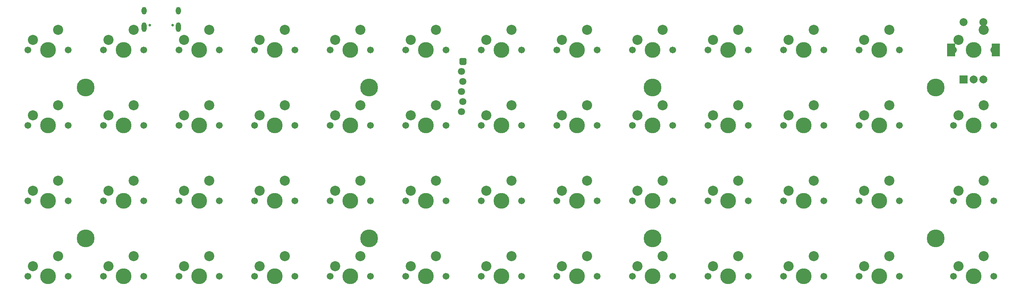
<source format=gts>
G04 #@! TF.GenerationSoftware,KiCad,Pcbnew,(5.1.10-1-10_14)*
G04 #@! TF.CreationDate,2021-09-09T13:04:37-05:00*
G04 #@! TF.ProjectId,ori,6f72692e-6b69-4636-9164-5f7063625858,rev?*
G04 #@! TF.SameCoordinates,Original*
G04 #@! TF.FileFunction,Soldermask,Top*
G04 #@! TF.FilePolarity,Negative*
%FSLAX46Y46*%
G04 Gerber Fmt 4.6, Leading zero omitted, Abs format (unit mm)*
G04 Created by KiCad (PCBNEW (5.1.10-1-10_14)) date 2021-09-09 13:04:37*
%MOMM*%
%LPD*%
G01*
G04 APERTURE LIST*
%ADD10C,4.500000*%
%ADD11C,2.540000*%
%ADD12C,1.701800*%
%ADD13C,3.987800*%
%ADD14R,2.000000X2.000000*%
%ADD15C,2.000000*%
%ADD16R,2.000000X3.200000*%
%ADD17C,1.803400*%
%ADD18O,1.300000X1.900000*%
%ADD19C,0.650000*%
%ADD20O,1.300000X2.400000*%
G04 APERTURE END LIST*
D10*
X96440641Y-62706266D03*
X167878049Y-100806202D03*
X239315489Y-62706234D03*
X167878049Y-62706266D03*
X239315489Y-100806298D03*
X96440641Y-100806298D03*
X310753321Y-100806298D03*
X310753321Y-62706266D03*
D11*
X316468185Y-69691370D03*
X322818185Y-67151370D03*
D12*
X325358185Y-72231370D03*
X315198185Y-72231370D03*
D13*
X320278185Y-72231370D03*
D11*
X121205625Y-50641250D03*
X127555625Y-48101250D03*
D12*
X130095625Y-53181250D03*
X119935625Y-53181250D03*
D13*
X125015625Y-53181250D03*
D11*
X316468185Y-107791530D03*
X322818185Y-105251530D03*
D12*
X325358185Y-110331530D03*
X315198185Y-110331530D03*
D13*
X320278185Y-110331530D03*
D14*
X317752725Y-60693950D03*
D15*
X320252725Y-60693950D03*
X322752725Y-60693950D03*
D16*
X314652725Y-53193950D03*
X325852725Y-53193950D03*
D15*
X317752725Y-46193950D03*
X322752725Y-46193950D03*
G36*
G01*
X192448100Y-55649150D02*
X192448100Y-56550850D01*
G75*
G02*
X191997250Y-57001700I-450850J0D01*
G01*
X191095550Y-57001700D01*
G75*
G02*
X190644700Y-56550850I0J450850D01*
G01*
X190644700Y-55649150D01*
G75*
G02*
X191095550Y-55198300I450850J0D01*
G01*
X191997250Y-55198300D01*
G75*
G02*
X192448100Y-55649150I0J-450850D01*
G01*
G37*
D17*
X191140000Y-58640000D03*
X191546400Y-61180000D03*
X191140000Y-63720000D03*
X191546400Y-66260000D03*
X191140000Y-68800000D03*
D18*
X111189825Y-43258627D03*
D19*
X112599825Y-46907627D03*
X118379825Y-46907627D03*
D18*
X119789825Y-43258627D03*
D20*
X119789825Y-47458627D03*
X111189825Y-47458627D03*
D13*
X320278125Y-53181250D03*
D12*
X315198125Y-53181250D03*
X325358125Y-53181250D03*
D11*
X322818125Y-48101250D03*
X316468125Y-50641250D03*
X316468185Y-88741450D03*
X322818185Y-86201450D03*
D12*
X325358185Y-91281450D03*
X315198185Y-91281450D03*
D13*
X320278185Y-91281450D03*
D11*
X83105625Y-50641250D03*
X89455625Y-48101250D03*
D12*
X91995625Y-53181250D03*
X81835625Y-53181250D03*
D13*
X86915625Y-53181250D03*
D11*
X102155625Y-50641250D03*
X108505625Y-48101250D03*
D12*
X111045625Y-53181250D03*
X100885625Y-53181250D03*
D13*
X105965625Y-53181250D03*
X144065625Y-53181250D03*
D12*
X138985625Y-53181250D03*
X149145625Y-53181250D03*
D11*
X146605625Y-48101250D03*
X140255625Y-50641250D03*
X159305625Y-50641250D03*
X165655625Y-48101250D03*
D12*
X168195625Y-53181250D03*
X158035625Y-53181250D03*
D13*
X163115625Y-53181250D03*
D11*
X178355625Y-50641250D03*
X184705625Y-48101250D03*
D12*
X187245625Y-53181250D03*
X177085625Y-53181250D03*
D13*
X182165625Y-53181250D03*
D11*
X197405625Y-50641250D03*
X203755625Y-48101250D03*
D12*
X206295625Y-53181250D03*
X196135625Y-53181250D03*
D13*
X201215625Y-53181250D03*
D11*
X216455625Y-50641250D03*
X222805625Y-48101250D03*
D12*
X225345625Y-53181250D03*
X215185625Y-53181250D03*
D13*
X220265625Y-53181250D03*
D11*
X235505625Y-50641250D03*
X241855625Y-48101250D03*
D12*
X244395625Y-53181250D03*
X234235625Y-53181250D03*
D13*
X239315625Y-53181250D03*
D11*
X254555625Y-50641250D03*
X260905625Y-48101250D03*
D12*
X263445625Y-53181250D03*
X253285625Y-53181250D03*
D13*
X258365625Y-53181250D03*
D11*
X273605625Y-50641250D03*
X279955625Y-48101250D03*
D12*
X282495625Y-53181250D03*
X272335625Y-53181250D03*
D13*
X277415625Y-53181250D03*
D11*
X292655625Y-50641250D03*
X299005625Y-48101250D03*
D12*
X301545625Y-53181250D03*
X291385625Y-53181250D03*
D13*
X296465625Y-53181250D03*
D11*
X83105625Y-69691250D03*
X89455625Y-67151250D03*
D12*
X91995625Y-72231250D03*
X81835625Y-72231250D03*
D13*
X86915625Y-72231250D03*
D11*
X102155625Y-69691250D03*
X108505625Y-67151250D03*
D12*
X111045625Y-72231250D03*
X100885625Y-72231250D03*
D13*
X105965625Y-72231250D03*
D11*
X121205625Y-69691250D03*
X127555625Y-67151250D03*
D12*
X130095625Y-72231250D03*
X119935625Y-72231250D03*
D13*
X125015625Y-72231250D03*
D11*
X140260799Y-69691250D03*
X146610799Y-67151250D03*
D12*
X149150799Y-72231250D03*
X138990799Y-72231250D03*
D13*
X144070799Y-72231250D03*
D11*
X159305625Y-69691250D03*
X165655625Y-67151250D03*
D12*
X168195625Y-72231250D03*
X158035625Y-72231250D03*
D13*
X163115625Y-72231250D03*
D11*
X178355625Y-69691250D03*
X184705625Y-67151250D03*
D12*
X187245625Y-72231250D03*
X177085625Y-72231250D03*
D13*
X182165625Y-72231250D03*
D11*
X197405625Y-69691250D03*
X203755625Y-67151250D03*
D12*
X206295625Y-72231250D03*
X196135625Y-72231250D03*
D13*
X201215625Y-72231250D03*
D11*
X216455625Y-69691250D03*
X222805625Y-67151250D03*
D12*
X225345625Y-72231250D03*
X215185625Y-72231250D03*
D13*
X220265625Y-72231250D03*
D11*
X235505625Y-69691250D03*
X241855625Y-67151250D03*
D12*
X244395625Y-72231250D03*
X234235625Y-72231250D03*
D13*
X239315625Y-72231250D03*
D11*
X254555625Y-69691250D03*
X260905625Y-67151250D03*
D12*
X263445625Y-72231250D03*
X253285625Y-72231250D03*
D13*
X258365625Y-72231250D03*
D11*
X273605625Y-69691250D03*
X279955625Y-67151250D03*
D12*
X282495625Y-72231250D03*
X272335625Y-72231250D03*
D13*
X277415625Y-72231250D03*
D11*
X292655625Y-69691250D03*
X299005625Y-67151250D03*
D12*
X301545625Y-72231250D03*
X291385625Y-72231250D03*
D13*
X296465625Y-72231250D03*
D11*
X83105625Y-88741250D03*
X89455625Y-86201250D03*
D12*
X91995625Y-91281250D03*
X81835625Y-91281250D03*
D13*
X86915625Y-91281250D03*
D11*
X102155625Y-88741250D03*
X108505625Y-86201250D03*
D12*
X111045625Y-91281250D03*
X100885625Y-91281250D03*
D13*
X105965625Y-91281250D03*
D11*
X121205625Y-88741250D03*
X127555625Y-86201250D03*
D12*
X130095625Y-91281250D03*
X119935625Y-91281250D03*
D13*
X125015625Y-91281250D03*
D11*
X140255625Y-88741250D03*
X146605625Y-86201250D03*
D12*
X149145625Y-91281250D03*
X138985625Y-91281250D03*
D13*
X144065625Y-91281250D03*
D11*
X159305625Y-88741250D03*
X165655625Y-86201250D03*
D12*
X168195625Y-91281250D03*
X158035625Y-91281250D03*
D13*
X163115625Y-91281250D03*
D11*
X178355625Y-88741250D03*
X184705625Y-86201250D03*
D12*
X187245625Y-91281250D03*
X177085625Y-91281250D03*
D13*
X182165625Y-91281250D03*
D11*
X216455625Y-88741250D03*
X222805625Y-86201250D03*
D12*
X225345625Y-91281250D03*
X215185625Y-91281250D03*
D13*
X220265625Y-91281250D03*
D11*
X235505625Y-88741250D03*
X241855625Y-86201250D03*
D12*
X244395625Y-91281250D03*
X234235625Y-91281250D03*
D13*
X239315625Y-91281250D03*
D11*
X254555625Y-88741250D03*
X260905625Y-86201250D03*
D12*
X263445625Y-91281250D03*
X253285625Y-91281250D03*
D13*
X258365625Y-91281250D03*
D11*
X273605625Y-88741250D03*
X279955625Y-86201250D03*
D12*
X282495625Y-91281250D03*
X272335625Y-91281250D03*
D13*
X277415625Y-91281250D03*
D11*
X83105625Y-107791250D03*
X89455625Y-105251250D03*
D12*
X91995625Y-110331250D03*
X81835625Y-110331250D03*
D13*
X86915625Y-110331250D03*
D11*
X102155625Y-107791250D03*
X108505625Y-105251250D03*
D12*
X111045625Y-110331250D03*
X100885625Y-110331250D03*
D13*
X105965625Y-110331250D03*
D11*
X121205625Y-107791250D03*
X127555625Y-105251250D03*
D12*
X130095625Y-110331250D03*
X119935625Y-110331250D03*
D13*
X125015625Y-110331250D03*
D11*
X140255625Y-107791250D03*
X146605625Y-105251250D03*
D12*
X149145625Y-110331250D03*
X138985625Y-110331250D03*
D13*
X144065625Y-110331250D03*
D11*
X159305625Y-107791250D03*
X165655625Y-105251250D03*
D12*
X168195625Y-110331250D03*
X158035625Y-110331250D03*
D13*
X163115625Y-110331250D03*
D11*
X178355625Y-107791250D03*
X184705625Y-105251250D03*
D12*
X187245625Y-110331250D03*
X177085625Y-110331250D03*
D13*
X182165625Y-110331250D03*
D11*
X216455625Y-107791250D03*
X222805625Y-105251250D03*
D12*
X225345625Y-110331250D03*
X215185625Y-110331250D03*
D13*
X220265625Y-110331250D03*
D11*
X235505625Y-107791250D03*
X241855625Y-105251250D03*
D12*
X244395625Y-110331250D03*
X234235625Y-110331250D03*
D13*
X239315625Y-110331250D03*
D11*
X254555625Y-107791250D03*
X260905625Y-105251250D03*
D12*
X263445625Y-110331250D03*
X253285625Y-110331250D03*
D13*
X258365625Y-110331250D03*
D11*
X273605625Y-107791250D03*
X279955625Y-105251250D03*
D12*
X282495625Y-110331250D03*
X272335625Y-110331250D03*
D13*
X277415625Y-110331250D03*
D11*
X197405625Y-88741250D03*
X203755625Y-86201250D03*
D12*
X206295625Y-91281250D03*
X196135625Y-91281250D03*
D13*
X201215625Y-91281250D03*
D11*
X197405625Y-107791250D03*
X203755625Y-105251250D03*
D12*
X206295625Y-110331250D03*
X196135625Y-110331250D03*
D13*
X201215625Y-110331250D03*
D11*
X292655625Y-88741250D03*
X299005625Y-86201250D03*
D12*
X301545625Y-91281250D03*
X291385625Y-91281250D03*
D13*
X296465625Y-91281250D03*
D11*
X292655625Y-107791250D03*
X299005625Y-105251250D03*
D12*
X301545625Y-110331250D03*
X291385625Y-110331250D03*
D13*
X296465625Y-110331250D03*
M02*

</source>
